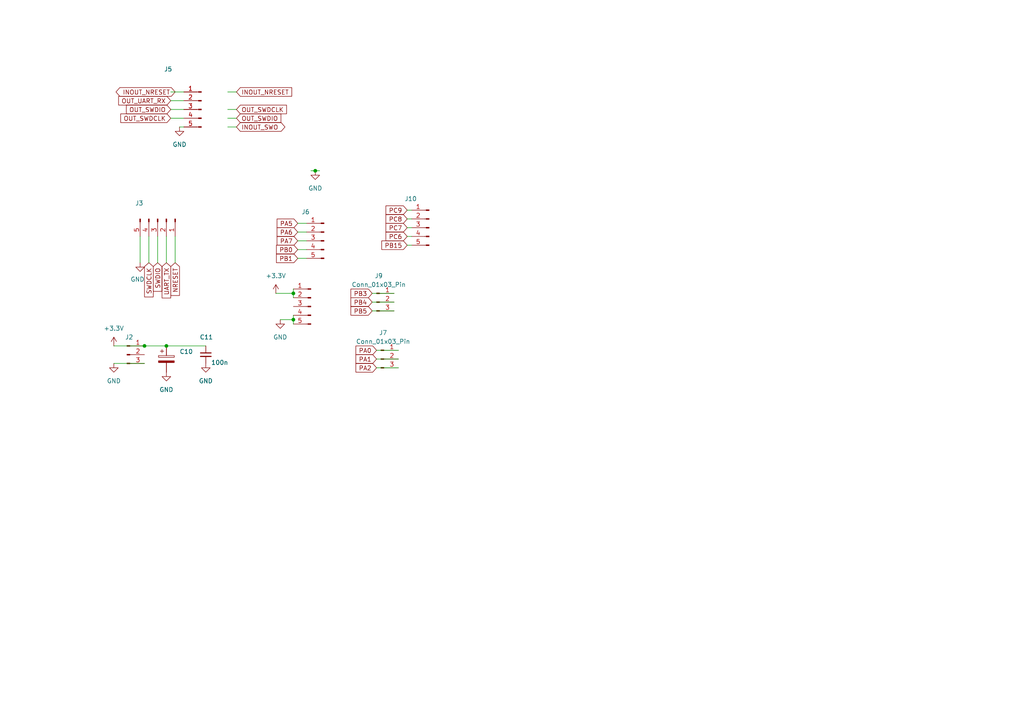
<source format=kicad_sch>
(kicad_sch (version 20231120) (generator "eeschema") (generator_version "8.0")
  (paper "A4")
  (title_block (title "Swindle CH32V303") (rev "H"))
  (lib_symbols
    (symbol "Connector:Conn_01x03_Pin" (pin_names (offset 1.016) hide)
      (property "Reference" "J" (at 0 5.08 0))
      (property "Value" "Conn_01x03_Pin" (at 0 -5.08 0))
      (symbol "Conn_01x03_Pin_1_1"
        (polyline (pts (xy 1.27 -2.54) (xy 0.8636 -2.54)) (stroke (width 0.1524)))
        (polyline (pts (xy 1.27 0) (xy 0.8636 0)) (stroke (width 0.1524)))
        (polyline (pts (xy 1.27 2.54) (xy 0.8636 2.54)) (stroke (width 0.1524)))
        (rectangle (start 0.8636 -2.413) (end 0 -2.667) (stroke (width 0.1524)) (fill (type outline)))
        (rectangle (start 0.8636 0.127) (end 0 -0.127) (stroke (width 0.1524)) (fill (type outline)))
        (rectangle (start 0.8636 2.667) (end 0 2.413) (stroke (width 0.1524)) (fill (type outline)))
        (pin passive line (at 5.08 2.54 180) (length 3.81) (name "Pin_1") (number "1"))
        (pin passive line (at 5.08 0 180) (length 3.81) (name "Pin_2") (number "2"))
        (pin passive line (at 5.08 -2.54 180) (length 3.81) (name "Pin_3") (number "3"))
      )
    )
    (symbol "Connector:Conn_01x05_Male" (pin_names (offset 1.016) hide)
      (property "Reference" "J" (at 0 7.62 0))
      (property "Value" "Conn_01x05_Male" (at 0 -7.62 0))
      (symbol "Conn_01x05_Male_1_1"
        (polyline (pts (xy 1.27 -5.08) (xy 0.8636 -5.08)) (stroke (width 0.1524)))
        (polyline (pts (xy 1.27 -2.54) (xy 0.8636 -2.54)) (stroke (width 0.1524)))
        (polyline (pts (xy 1.27 0) (xy 0.8636 0)) (stroke (width 0.1524)))
        (polyline (pts (xy 1.27 2.54) (xy 0.8636 2.54)) (stroke (width 0.1524)))
        (polyline (pts (xy 1.27 5.08) (xy 0.8636 5.08)) (stroke (width 0.1524)))
        (rectangle (start 0.8636 -4.953) (end 0 -5.207) (stroke (width 0.1524)) (fill (type outline)))
        (rectangle (start 0.8636 -2.413) (end 0 -2.667) (stroke (width 0.1524)) (fill (type outline)))
        (rectangle (start 0.8636 0.127) (end 0 -0.127) (stroke (width 0.1524)) (fill (type outline)))
        (rectangle (start 0.8636 2.667) (end 0 2.413) (stroke (width 0.1524)) (fill (type outline)))
        (rectangle (start 0.8636 5.207) (end 0 4.953) (stroke (width 0.1524)) (fill (type outline)))
        (pin passive line (at 5.08 5.08 180) (length 3.81) (name "Pin_1") (number "1"))
        (pin passive line (at 5.08 2.54 180) (length 3.81) (name "Pin_2") (number "2"))
        (pin passive line (at 5.08 0 180) (length 3.81) (name "Pin_3") (number "3"))
        (pin passive line (at 5.08 -2.54 180) (length 3.81) (name "Pin_4") (number "4"))
        (pin passive line (at 5.08 -5.08 180) (length 3.81) (name "Pin_5") (number "5"))
      )
    )
    (symbol "Device:C_Polarized" (pin_numbers hide) (pin_names (offset 0.254))
      (property "Reference" "C" (at 0.635 2.54 0))
      (property "Value" "C_Polarized" (at 0.635 -2.54 0))
      (symbol "C_Polarized_0_1"
        (rectangle (start -2.286 0.508) (end 2.286 1.016))
        (polyline (pts (xy -1.778 2.286) (xy -0.762 2.286)))
        (polyline (pts (xy -1.27 2.794) (xy -1.27 1.778)))
        (rectangle (start 2.286 -0.508) (end -2.286 -1.016) (fill (type outline)))
      )
      (symbol "C_Polarized_1_1"
        (pin passive line (at 0 3.81 270) (length 2.794) (name "~") (number "1"))
        (pin passive line (at 0 -3.81 90) (length 2.794) (name "~") (number "2"))
      )
    )
    (symbol "Device:C_Small" (pin_numbers hide) (pin_names (offset 0.254) hide)
      (property "Reference" "C" (at 0.254 1.778 0))
      (property "Value" "C_Small" (at 0.254 -2.032 0))
      (symbol "C_Small_0_1"
        (polyline (pts (xy -1.524 -0.508) (xy 1.524 -0.508)) (stroke (width 0.3302)))
        (polyline (pts (xy -1.524 0.508) (xy 1.524 0.508)) (stroke (width 0.3048)))
      )
      (symbol "C_Small_1_1"
        (pin passive line (at 0 2.54 270) (length 2.032) (name "~") (number "1"))
        (pin passive line (at 0 -2.54 90) (length 2.032) (name "~") (number "2"))
      )
    )
    (symbol "power:+3.3V" (power) (pin_numbers hide) (pin_names (offset 0) hide)
      (property "Value" "+3.3V" (at 0 3.556 0))
      (symbol "+3.3V_0_1"
        (polyline (pts (xy -0.762 1.27) (xy 0 2.54)))
        (polyline (pts (xy 0 0) (xy 0 2.54)))
        (polyline (pts (xy 0 2.54) (xy 0.762 1.27)))
      )
      (symbol "+3.3V_1_1"
        (pin power_in line (at 0 0 90) (length 0) (name "~") (number "1"))
      )
    )
    (symbol "power:GND" (power) (pin_names (offset 0))
      (property "Value" "GND" (at 0 -3.81 0))
      (symbol "GND_0_1"
        (polyline (pts (xy 0 0) (xy 0 -1.27) (xy 1.27 -1.27) (xy 0 -2.54) (xy -1.27 -1.27) (xy 0 -1.27)))
      )
      (symbol "GND_1_1"
        (pin power_in line (at 0 0 270) (length 0) hide (name "GND") (number "1"))
      )
    )
  )
  (junction (at 85.09 85.09))
  (junction (at 91.44 49.53))
  (junction (at 41.91 100.33))
  (junction (at 85.09 92.71))
  (junction (at 48.26 100.33))
  (wire (pts (xy 107.95 87.63) (xy 114.3 87.63)))
  (wire (pts (xy 118.11 63.5) (xy 119.38 63.5)))
  (wire (pts (xy 109.22 106.68) (xy 115.57 106.68)))
  (wire (pts (xy 52.07 36.83) (xy 53.34 36.83)))
  (wire (pts (xy 107.95 90.17) (xy 114.3 90.17)))
  (wire (pts (xy 118.11 66.04) (xy 119.38 66.04)))
  (wire (pts (xy 41.91 100.33) (xy 48.26 100.33)))
  (wire (pts (xy 109.22 101.6) (xy 115.57 101.6)))
  (wire (pts (xy 91.44 49.53) (xy 92.71 49.53)))
  (wire (pts (xy 107.95 85.09) (xy 114.3 85.09)))
  (wire (pts (xy 118.11 68.58) (xy 119.38 68.58)))
  (wire (pts (xy 49.53 34.29) (xy 53.34 34.29)))
  (wire (pts (xy 86.36 69.85) (xy 88.9 69.85)))
  (wire (pts (xy 33.02 105.41) (xy 41.91 105.41)))
  (wire (pts (xy 66.04 26.67) (xy 68.58 26.67)))
  (wire (pts (xy 86.36 64.77) (xy 88.9 64.77)))
  (wire (pts (xy 85.09 92.71) (xy 85.09 93.98)))
  (wire (pts (xy 49.53 26.67) (xy 53.34 26.67)))
  (wire (pts (xy 109.22 104.14) (xy 115.57 104.14)))
  (wire (pts (xy 48.26 68.58) (xy 48.26 76.2)))
  (wire (pts (xy 81.28 92.71) (xy 85.09 92.71)))
  (wire (pts (xy 86.36 67.31) (xy 88.9 67.31)))
  (wire (pts (xy 80.01 85.09) (xy 85.09 85.09)))
  (wire (pts (xy 43.18 68.58) (xy 43.18 76.2)))
  (wire (pts (xy 50.8 68.58) (xy 50.8 76.2)))
  (wire (pts (xy 33.02 100.33) (xy 41.91 100.33)))
  (wire (pts (xy 118.11 60.96) (xy 119.38 60.96)))
  (wire (pts (xy 85.09 85.09) (xy 85.09 86.36)))
  (wire (pts (xy 45.72 68.58) (xy 45.72 76.2)))
  (wire (pts (xy 90.17 49.53) (xy 91.44 49.53)))
  (wire (pts (xy 49.53 31.75) (xy 53.34 31.75)))
  (wire (pts (xy 118.11 71.12) (xy 119.38 71.12)))
  (wire (pts (xy 66.04 31.75) (xy 68.58 31.75)))
  (wire (pts (xy 40.64 68.58) (xy 40.64 76.2)))
  (wire (pts (xy 66.04 34.29) (xy 68.58 34.29)))
  (wire (pts (xy 49.53 29.21) (xy 53.34 29.21)))
  (wire (pts (xy 85.09 91.44) (xy 85.09 92.71)))
  (wire (pts (xy 66.04 36.83) (xy 68.58 36.83)))
  (wire (pts (xy 86.36 74.93) (xy 88.9 74.93)))
  (wire (pts (xy 48.26 100.33) (xy 59.69 100.33)))
  (wire (pts (xy 85.09 83.82) (xy 85.09 85.09)))
  (wire (pts (xy 86.36 72.39) (xy 88.9 72.39)))
  (global_label "OUT_SWDIO" (shape input) (at 49.53 31.75 180) (property "Intersheetrefs" "${INTERSHEET_REFS}" (effects (hide yes))))
  (global_label "PA6" (shape input) (at 86.36 67.31 180) (property "Intersheetrefs" "${INTERSHEET_REFS}" (effects (hide yes))))
  (global_label "INOUT_NRESET" (shape input) (at 68.58 26.67 0) (property "Intersheetrefs" "${INTERSHEET_REFS}" (effects (hide yes))))
  (global_label "SWDCLK" (shape input) (at 43.18 76.2 270) (property "Intersheetrefs" "${INTERSHEET_REFS}" (effects (hide yes))))
  (global_label "PA1" (shape input) (at 109.22 104.14 180) (property "Intersheetrefs" "${INTERSHEET_REFS}" (effects (hide yes))))
  (global_label "PB15" (shape input) (at 118.11 71.12 180) (property "Intersheetrefs" "${INTERSHEET_REFS}" (effects (hide yes))))
  (global_label "SWDIO" (shape input) (at 45.72 76.2 270) (property "Intersheetrefs" "${INTERSHEET_REFS}" (effects (hide yes))))
  (global_label "PB1" (shape input) (at 86.36 74.93 180) (property "Intersheetrefs" "${INTERSHEET_REFS}" (effects (hide yes))))
  (global_label "PA0" (shape input) (at 109.22 101.6 180) (property "Intersheetrefs" "${INTERSHEET_REFS}" (effects (hide yes))))
  (global_label "PC6" (shape input) (at 118.11 68.58 180) (property "Intersheetrefs" "${INTERSHEET_REFS}" (effects (hide yes))))
  (global_label "PA5" (shape input) (at 86.36 64.77 180) (property "Intersheetrefs" "${INTERSHEET_REFS}" (effects (hide yes))))
  (global_label "PB3" (shape input) (at 107.95 85.09 180) (property "Intersheetrefs" "${INTERSHEET_REFS}" (effects (hide yes))))
  (global_label "PB5" (shape input) (at 107.95 90.17 180) (property "Intersheetrefs" "${INTERSHEET_REFS}" (effects (hide yes))))
  (global_label "OUT_SWDCLK" (shape input) (at 49.53 34.29 180) (property "Intersheetrefs" "${INTERSHEET_REFS}" (effects (hide yes))))
  (global_label "PA2" (shape input) (at 109.22 106.68 180) (property "Intersheetrefs" "${INTERSHEET_REFS}" (effects (hide yes))))
  (global_label "OUT_SWDIO" (shape input) (at 68.58 34.29 0) (property "Intersheetrefs" "${INTERSHEET_REFS}" (effects (hide yes))))
  (global_label "UART_TX" (shape input) (at 48.26 76.2 270) (property "Intersheetrefs" "${INTERSHEET_REFS}" (effects (hide yes))))
  (global_label "PC9" (shape input) (at 118.11 60.96 180) (property "Intersheetrefs" "${INTERSHEET_REFS}" (effects (hide yes))))
  (global_label "PC8" (shape input) (at 118.11 63.5 180) (property "Intersheetrefs" "${INTERSHEET_REFS}" (effects (hide yes))))
  (global_label "OUT_SWDCLK" (shape input) (at 68.58 31.75 0) (property "Intersheetrefs" "${INTERSHEET_REFS}" (effects (hide yes))))
  (global_label "PB0" (shape input) (at 86.36 72.39 180) (property "Intersheetrefs" "${INTERSHEET_REFS}" (effects (hide yes))))
  (global_label "PB4" (shape input) (at 107.95 87.63 180) (property "Intersheetrefs" "${INTERSHEET_REFS}" (effects (hide yes))))
  (global_label "PC7" (shape input) (at 118.11 66.04 180) (property "Intersheetrefs" "${INTERSHEET_REFS}" (effects (hide yes))))
  (global_label "INOUT_SWO" (shape bidirectional) (at 68.58 36.83 0) (property "Intersheetrefs" "${INTERSHEET_REFS}" (effects (hide yes))))
  (global_label "OUT_UART_RX" (shape input) (at 49.53 29.21 180) (property "Intersheetrefs" "${INTERSHEET_REFS}" (effects (hide yes))))
  (global_label "PA7" (shape input) (at 86.36 69.85 180) (property "Intersheetrefs" "${INTERSHEET_REFS}" (effects (hide yes))))
  (global_label "NRESET" (shape input) (at 50.8 76.2 270) (property "Intersheetrefs" "${INTERSHEET_REFS}" (effects (hide yes))))
  (global_label "INOUT_NRESET" (shape bidirectional) (at 50.8 26.67 180) (property "Intersheetrefs" "${INTERSHEET_REFS}" (effects (hide yes))))
  (symbol (lib_id "Connector:Conn_01x03_Pin") (at 36.83 102.87 0) (unit 1)
    (property "Reference" "J2" (at 37.465 97.79 0))
    (property "Value" "Conn_01x03_Pin" (effects (hide yes)))
    (property "Footprint" "Connector_PinSocket_2.54mm:PinSocket_1x03_P2.54mm_Vertical" (effects (hide yes)))
    (property "Description" "Generic connector, single row, 01x03, script generated" (effects (hide yes)))
  )
  (symbol (lib_id "Connector:Conn_01x05_Male") (at 90.17 88.9 0) (mirror y) (unit 1)
    (property "Reference" "J8" (effects (hide yes)))
    (property "Value" "Debug port" (effects (hide yes)))
    (property "Footprint" "Connector_PinSocket_1.27mm:PinSocket_1x05_P1.27mm_Vertical" (effects (hide yes)))
  )
  (symbol (lib_id "Device:C_Small") (at 59.69 102.87 0) (unit 1)
    (property "Reference" "C11" (at 57.912 97.79 0) (effects (justify left)))
    (property "Value" "100n" (at 61.214 105.156 0) (effects (justify left)))
    (property "Footprint" "Resistor_SMD:R_0603_1608Metric" (effects (hide yes)))
  )
  (symbol (lib_id "Connector:Conn_01x05_Male") (at 93.98 69.85 0) (mirror y) (unit 1)
    (property "Reference" "J6" (at 88.646 61.468 0))
    (property "Value" "Debug port" (effects (hide yes)))
    (property "Footprint" "Connector_PinSocket_1.27mm:PinSocket_1x05_P1.27mm_Vertical" (effects (hide yes)))
  )
  (symbol (lib_id "power:+3.3V") (at 80.01 85.09 0) (unit 1)
    (property "Reference" "#PWR036" (effects (hide yes)))
    (property "Value" "+3.3V" (at 80.01 80.01 0))
    (property "Description" "Power symbol creates a global label with name \"+3.3V\"" (effects (hide yes)))
  )
  (symbol (lib_id "power:GND") (at 33.02 105.41 0) (mirror y) (unit 1)
    (property "Reference" "#PWR022" (effects (hide yes)))
    (property "Value" "GND" (at 33.02 110.49 0))
  )
  (symbol (lib_id "Connector:Conn_01x05_Male") (at 45.72 63.5 270) (unit 1)
    (property "Reference" "J3" (at 40.386 58.928 90))
    (property "Value" "Dbg" (effects (hide yes)))
    (property "Footprint" "Connector_PinSocket_1.27mm:PinSocket_1x05_P1.27mm_Vertical" (effects (hide yes)))
  )
  (symbol (lib_id "Connector:Conn_01x03_Pin") (at 109.22 87.63 0) (unit 1)
    (property "Reference" "J9" (at 109.855 80.01 0))
    (property "Value" "Conn_01x03_Pin" (at 109.855 82.55 0))
    (property "Footprint" "Connector_PinSocket_1.27mm:PinSocket_1x03_P1.27mm_Vertical" (effects (hide yes)))
    (property "Description" "Generic connector, single row, 01x03, script generated" (effects (hide yes)))
  )
  (symbol (lib_id "Connector:Conn_01x05_Male") (at 124.46 66.04 0) (mirror y) (unit 1)
    (property "Reference" "J10" (at 119.126 57.658 0))
    (property "Value" "Debug port" (effects (hide yes)))
    (property "Footprint" "Connector_PinSocket_1.27mm:PinSocket_1x05_P1.27mm_Vertical" (effects (hide yes)))
  )
  (symbol (lib_id "Connector:Conn_01x05_Male") (at 58.42 31.75 0) (mirror y) (unit 1)
    (property "Reference" "J5" (at 48.768 20.066 0))
    (property "Value" "Debug port" (effects (hide yes)))
    (property "Footprint" "Connector_JST:JST_XH_B5B-XH-A_1x05_P2.50mm_Vertical" (effects (hide yes)))
  )
  (symbol (lib_id "power:GND") (at 48.26 107.95 0) (mirror y) (unit 1)
    (property "Reference" "#PWR023" (effects (hide yes)))
    (property "Value" "GND" (at 48.26 113.03 0))
  )
  (symbol (lib_id "power:+3.3V") (at 33.02 100.33 0) (unit 1)
    (property "Reference" "#PWR021" (effects (hide yes)))
    (property "Value" "+3.3V" (at 33.02 95.25 0))
    (property "Description" "Power symbol creates a global label with name \"+3.3V\"" (effects (hide yes)))
  )
  (symbol (lib_id "Connector:Conn_01x03_Pin") (at 110.49 104.14 0) (unit 1)
    (property "Reference" "J7" (at 111.125 96.52 0))
    (property "Value" "Conn_01x03_Pin" (at 111.125 99.06 0))
    (property "Footprint" "Connector_PinSocket_1.27mm:PinSocket_1x03_P1.27mm_Vertical" (effects (hide yes)))
    (property "Description" "Generic connector, single row, 01x03, script generated" (effects (hide yes)))
  )
  (symbol (lib_id "power:GND") (at 59.69 105.41 0) (mirror y) (unit 1)
    (property "Reference" "#PWR024" (effects (hide yes)))
    (property "Value" "GND" (at 59.69 110.49 0))
  )
  (symbol (lib_id "power:GND") (at 52.07 36.83 0) (unit 1)
    (property "Reference" "#PWR020" (effects (hide yes)))
    (property "Value" "GND" (at 52.07 41.91 0))
  )
  (symbol (lib_id "power:GND") (at 91.44 49.53 0) (unit 1)
    (property "Reference" "#PWR010" (effects (hide yes)))
    (property "Value" "GND" (at 91.44 54.61 0))
  )
  (symbol (lib_id "power:GND") (at 81.28 92.71 0) (unit 1)
    (property "Reference" "#PWR035" (effects (hide yes)))
    (property "Value" "GND" (at 81.28 97.79 0))
  )
  (symbol (lib_id "power:GND") (at 40.64 76.2 0) (unit 1)
    (property "Reference" "#PWR012" (effects (hide yes)))
    (property "Value" "GND" (at 39.878 81.026 0))
  )
  (symbol (lib_id "Device:C_Polarized") (at 48.26 104.14 0) (unit 1)
    (property "Reference" "C10" (at 52.07 101.9809 0) (effects (justify left)))
    (property "Value" "100u" (effects (hide yes)))
    (property "Footprint" "Capacitor_SMD:C_1206_3216Metric_Pad1.33x1.80mm_HandSolder" (effects (hide yes)))
  )
)
</source>
